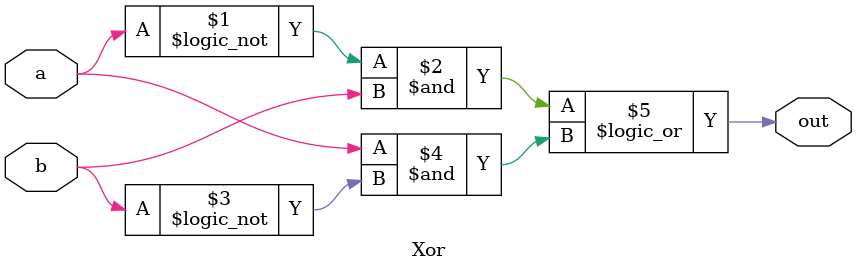
<source format=v>
module Xor(out,a,b);

output out;
input a,b;

assign out =(!a&b)||(a&!b);

endmodule	
</source>
